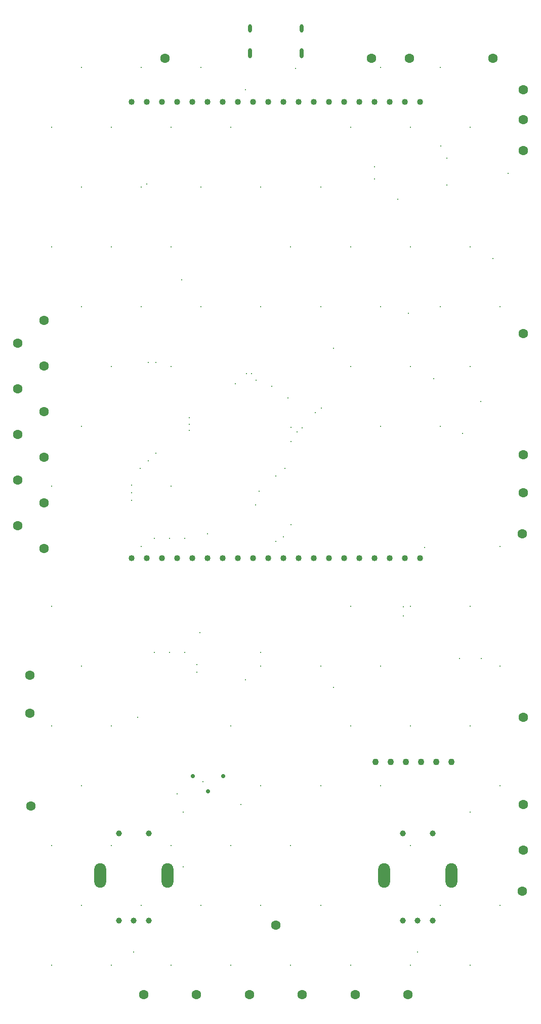
<source format=gbr>
%TF.GenerationSoftware,Altium Limited,Altium Designer,23.6.0 (18)*%
G04 Layer_Color=0*
%FSLAX43Y43*%
%MOMM*%
%TF.SameCoordinates,407812E0-2FFD-4E57-8D94-CFCBE61D5419*%
%TF.FilePolarity,Positive*%
%TF.FileFunction,Plated,1,2,PTH,Drill*%
%TF.Part,Single*%
G01*
G75*
%TA.AperFunction,ComponentDrill*%
%ADD84C,1.600*%
%ADD85C,1.020*%
%ADD86C,1.100*%
%ADD87C,1.000*%
%ADD88O,2.000X4.100*%
%ADD89C,0.714*%
%ADD90O,0.600X1.400*%
%ADD91O,0.600X1.700*%
%TA.AperFunction,ViaDrill,NotFilled*%
%ADD92C,0.300*%
D84*
X88900Y88900D02*
D03*
X29000Y161500D02*
D03*
X88710Y82105D02*
D03*
X6540Y36640D02*
D03*
X47500Y16700D02*
D03*
X88710Y22415D02*
D03*
X8763Y79629D02*
D03*
X4318Y83439D02*
D03*
X8763Y87249D02*
D03*
X4318Y91059D02*
D03*
X8763Y94869D02*
D03*
X4318Y98679D02*
D03*
X8763Y102489D02*
D03*
X4318Y106299D02*
D03*
X8763Y110109D02*
D03*
X4318Y113919D02*
D03*
X8763Y117729D02*
D03*
X43080Y5105D02*
D03*
X69600Y5080D02*
D03*
X60760Y5105D02*
D03*
X51920D02*
D03*
X34240D02*
D03*
X25400D02*
D03*
X88900Y29210D02*
D03*
Y36830D02*
D03*
Y51435D02*
D03*
X6350Y52070D02*
D03*
Y58420D02*
D03*
X63500Y161500D02*
D03*
X88900Y146050D02*
D03*
Y151275D02*
D03*
Y156210D02*
D03*
Y115532D02*
D03*
Y95250D02*
D03*
X83820Y161500D02*
D03*
X69850D02*
D03*
D85*
X71628Y154178D02*
D03*
X69088D02*
D03*
X66548D02*
D03*
X58928D02*
D03*
X56388D02*
D03*
X53848D02*
D03*
X48768D02*
D03*
X43688D02*
D03*
X41148D02*
D03*
X36068D02*
D03*
X33528D02*
D03*
X30988D02*
D03*
X25908D02*
D03*
X23368D02*
D03*
X28448D02*
D03*
X38608D02*
D03*
X46228D02*
D03*
X51308D02*
D03*
X61468D02*
D03*
X64008D02*
D03*
X71628Y77978D02*
D03*
X69088D02*
D03*
X66548D02*
D03*
X58928D02*
D03*
X56388D02*
D03*
X53848D02*
D03*
X48768D02*
D03*
X43688D02*
D03*
X41148D02*
D03*
X36068D02*
D03*
X33528D02*
D03*
X30988D02*
D03*
X25908D02*
D03*
X23368D02*
D03*
X28448D02*
D03*
X38608D02*
D03*
X46228D02*
D03*
X51308D02*
D03*
X61468D02*
D03*
X64008D02*
D03*
D86*
X76850Y44000D02*
D03*
X74310D02*
D03*
X69230D02*
D03*
X64150D02*
D03*
X66690D02*
D03*
X71770D02*
D03*
D87*
X68750Y32000D02*
D03*
X73750D02*
D03*
X68750Y17500D02*
D03*
X71250D02*
D03*
X73750D02*
D03*
X21250Y32000D02*
D03*
X26250D02*
D03*
X21250Y17500D02*
D03*
X23750D02*
D03*
X26250D02*
D03*
D88*
X65650Y25000D02*
D03*
X76850D02*
D03*
X18150D02*
D03*
X29350D02*
D03*
D89*
X38735Y41595D02*
D03*
X36195Y39055D02*
D03*
X33655Y41595D02*
D03*
D90*
X51820Y166500D02*
D03*
X43180D02*
D03*
D91*
X51820Y162320D02*
D03*
X43180D02*
D03*
D92*
X80000Y150000D02*
D03*
Y130000D02*
D03*
X85000Y120000D02*
D03*
X80000Y110000D02*
D03*
X85000Y80000D02*
D03*
X80000Y70000D02*
D03*
X85000Y60000D02*
D03*
X80000Y50000D02*
D03*
X85000Y40000D02*
D03*
Y20000D02*
D03*
X80000Y10000D02*
D03*
X75000Y160000D02*
D03*
X70000Y150000D02*
D03*
Y130000D02*
D03*
X75000Y120000D02*
D03*
X70000Y110000D02*
D03*
X75000Y100000D02*
D03*
X70000Y70000D02*
D03*
Y50000D02*
D03*
Y30000D02*
D03*
X75000Y20000D02*
D03*
X70000Y10000D02*
D03*
X65000Y160000D02*
D03*
X60000Y150000D02*
D03*
Y130000D02*
D03*
X65000Y120000D02*
D03*
X60000Y110000D02*
D03*
X65000Y100000D02*
D03*
X60000Y70000D02*
D03*
X65000Y60000D02*
D03*
X60000Y50000D02*
D03*
X65000Y40000D02*
D03*
X60000Y10000D02*
D03*
X55000Y140000D02*
D03*
X50000Y130000D02*
D03*
X55000Y120000D02*
D03*
Y60000D02*
D03*
Y40000D02*
D03*
X50000Y30000D02*
D03*
X55000Y20000D02*
D03*
X50000Y10000D02*
D03*
X40000Y150000D02*
D03*
X45000Y140000D02*
D03*
Y120000D02*
D03*
Y60000D02*
D03*
X40000Y50000D02*
D03*
X45000Y40000D02*
D03*
X40000Y30000D02*
D03*
X45000Y20000D02*
D03*
X40000Y10000D02*
D03*
X35000Y160000D02*
D03*
X30000Y150000D02*
D03*
X35000Y140000D02*
D03*
X30000Y130000D02*
D03*
X35000Y120000D02*
D03*
X30000Y110000D02*
D03*
Y90000D02*
D03*
Y30000D02*
D03*
X35000Y20000D02*
D03*
X30000Y10000D02*
D03*
X25000Y160000D02*
D03*
X20000Y150000D02*
D03*
X25000Y140000D02*
D03*
X20000Y130000D02*
D03*
X25000Y120000D02*
D03*
X20000Y110000D02*
D03*
X25000Y80000D02*
D03*
X20000Y50000D02*
D03*
Y30000D02*
D03*
X25000Y20000D02*
D03*
X20000Y10000D02*
D03*
X15000Y160000D02*
D03*
X10000Y150000D02*
D03*
X15000Y140000D02*
D03*
X10000Y130000D02*
D03*
X15000Y120000D02*
D03*
Y100000D02*
D03*
X10000Y90000D02*
D03*
Y70000D02*
D03*
X15000Y60000D02*
D03*
X10000Y50000D02*
D03*
X15000Y40000D02*
D03*
X10000Y30000D02*
D03*
X15000Y20000D02*
D03*
X10000Y10000D02*
D03*
X42633Y108809D02*
D03*
X49530Y104752D02*
D03*
X49044Y92964D02*
D03*
X50061Y97475D02*
D03*
X51054Y99075D02*
D03*
X50038Y99875D02*
D03*
X54102Y102275D02*
D03*
X55118Y103075D02*
D03*
X51928Y99752D02*
D03*
X33020Y99314D02*
D03*
Y100375D02*
D03*
Y101475D02*
D03*
X44196Y107696D02*
D03*
X43434Y108809D02*
D03*
X40707Y107113D02*
D03*
X81915Y61214D02*
D03*
X78232D02*
D03*
X41656Y36830D02*
D03*
X50789Y159766D02*
D03*
X36068Y82087D02*
D03*
X47498Y91694D02*
D03*
X31750Y124460D02*
D03*
X25908Y140462D02*
D03*
X42418Y156210D02*
D03*
X26162Y110699D02*
D03*
Y94234D02*
D03*
X24780Y92964D02*
D03*
X42418Y57658D02*
D03*
X34290Y58928D02*
D03*
Y60198D02*
D03*
X34798Y65532D02*
D03*
X24384Y51435D02*
D03*
X23368Y87630D02*
D03*
Y88900D02*
D03*
Y90170D02*
D03*
X27432Y95504D02*
D03*
X48768Y81534D02*
D03*
X50038Y83566D02*
D03*
X44958Y62230D02*
D03*
X57150Y56388D02*
D03*
X47498Y80772D02*
D03*
X35306Y40640D02*
D03*
X32258Y62230D02*
D03*
Y81280D02*
D03*
X30988Y38608D02*
D03*
X29718Y62230D02*
D03*
Y81280D02*
D03*
X27178Y62230D02*
D03*
Y81280D02*
D03*
X46842Y106680D02*
D03*
X68860Y69850D02*
D03*
Y68345D02*
D03*
X72390Y79756D02*
D03*
X44099Y86920D02*
D03*
X44749Y89199D02*
D03*
X27432Y110699D02*
D03*
X80010Y35560D02*
D03*
X71250Y12192D02*
D03*
X32004Y26416D02*
D03*
X23750Y12192D02*
D03*
X32004Y35560D02*
D03*
X57150Y113030D02*
D03*
X76093Y144780D02*
D03*
Y140335D02*
D03*
X75122Y146812D02*
D03*
X64010Y143385D02*
D03*
X67945Y137922D02*
D03*
X69723Y118872D02*
D03*
X73914Y107950D02*
D03*
X78740Y98806D02*
D03*
X81788Y104140D02*
D03*
X83820Y128016D02*
D03*
X86360Y142240D02*
D03*
X64010Y141335D02*
D03*
%TF.MD5,ac49c924cef20f68ff29ddf0e3ad3120*%
M02*

</source>
